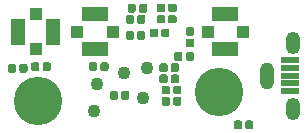
<source format=gbr>
G04 #@! TF.GenerationSoftware,KiCad,Pcbnew,(5.1.5-0-10_14)*
G04 #@! TF.CreationDate,2020-10-31T20:23:47-07:00*
G04 #@! TF.ProjectId,EOGlass2p1,454f476c-6173-4733-9270-312e6b696361,rev?*
G04 #@! TF.SameCoordinates,Original*
G04 #@! TF.FileFunction,Soldermask,Bot*
G04 #@! TF.FilePolarity,Negative*
%FSLAX46Y46*%
G04 Gerber Fmt 4.6, Leading zero omitted, Abs format (unit mm)*
G04 Created by KiCad (PCBNEW (5.1.5-0-10_14)) date 2020-10-31 20:23:47*
%MOMM*%
%LPD*%
G04 APERTURE LIST*
%ADD10C,1.100000*%
%ADD11R,1.600000X0.550000*%
%ADD12O,1.200000X1.900000*%
%ADD13O,1.200000X2.300000*%
%ADD14C,0.100000*%
%ADD15R,1.100000X1.100000*%
%ADD16R,2.300000X1.150000*%
%ADD17R,1.150000X2.300000*%
%ADD18C,4.100000*%
G04 APERTURE END LIST*
D10*
X119400000Y-76200000D03*
D11*
X135995000Y-73230000D03*
X135995000Y-72580000D03*
X135995000Y-73880000D03*
X135995000Y-71930000D03*
X135995000Y-74530000D03*
D12*
X136245000Y-76030000D03*
X136245000Y-70430000D03*
D13*
X134095000Y-73230000D03*
D14*
G36*
X127774408Y-69150831D02*
G01*
X127791153Y-69153315D01*
X127807574Y-69157428D01*
X127823513Y-69163131D01*
X127838816Y-69170369D01*
X127853336Y-69179071D01*
X127866933Y-69189156D01*
X127879476Y-69200524D01*
X127890844Y-69213067D01*
X127900929Y-69226664D01*
X127909631Y-69241184D01*
X127916869Y-69256487D01*
X127922572Y-69272426D01*
X127926685Y-69288847D01*
X127929169Y-69305592D01*
X127930000Y-69322500D01*
X127930000Y-69667500D01*
X127929169Y-69684408D01*
X127926685Y-69701153D01*
X127922572Y-69717574D01*
X127916869Y-69733513D01*
X127909631Y-69748816D01*
X127900929Y-69763336D01*
X127890844Y-69776933D01*
X127879476Y-69789476D01*
X127866933Y-69800844D01*
X127853336Y-69810929D01*
X127838816Y-69819631D01*
X127823513Y-69826869D01*
X127807574Y-69832572D01*
X127791153Y-69836685D01*
X127774408Y-69839169D01*
X127757500Y-69840000D01*
X127362500Y-69840000D01*
X127345592Y-69839169D01*
X127328847Y-69836685D01*
X127312426Y-69832572D01*
X127296487Y-69826869D01*
X127281184Y-69819631D01*
X127266664Y-69810929D01*
X127253067Y-69800844D01*
X127240524Y-69789476D01*
X127229156Y-69776933D01*
X127219071Y-69763336D01*
X127210369Y-69748816D01*
X127203131Y-69733513D01*
X127197428Y-69717574D01*
X127193315Y-69701153D01*
X127190831Y-69684408D01*
X127190000Y-69667500D01*
X127190000Y-69322500D01*
X127190831Y-69305592D01*
X127193315Y-69288847D01*
X127197428Y-69272426D01*
X127203131Y-69256487D01*
X127210369Y-69241184D01*
X127219071Y-69226664D01*
X127229156Y-69213067D01*
X127240524Y-69200524D01*
X127253067Y-69189156D01*
X127266664Y-69179071D01*
X127281184Y-69170369D01*
X127296487Y-69163131D01*
X127312426Y-69157428D01*
X127328847Y-69153315D01*
X127345592Y-69150831D01*
X127362500Y-69150000D01*
X127757500Y-69150000D01*
X127774408Y-69150831D01*
G37*
G36*
X127774408Y-70120831D02*
G01*
X127791153Y-70123315D01*
X127807574Y-70127428D01*
X127823513Y-70133131D01*
X127838816Y-70140369D01*
X127853336Y-70149071D01*
X127866933Y-70159156D01*
X127879476Y-70170524D01*
X127890844Y-70183067D01*
X127900929Y-70196664D01*
X127909631Y-70211184D01*
X127916869Y-70226487D01*
X127922572Y-70242426D01*
X127926685Y-70258847D01*
X127929169Y-70275592D01*
X127930000Y-70292500D01*
X127930000Y-70637500D01*
X127929169Y-70654408D01*
X127926685Y-70671153D01*
X127922572Y-70687574D01*
X127916869Y-70703513D01*
X127909631Y-70718816D01*
X127900929Y-70733336D01*
X127890844Y-70746933D01*
X127879476Y-70759476D01*
X127866933Y-70770844D01*
X127853336Y-70780929D01*
X127838816Y-70789631D01*
X127823513Y-70796869D01*
X127807574Y-70802572D01*
X127791153Y-70806685D01*
X127774408Y-70809169D01*
X127757500Y-70810000D01*
X127362500Y-70810000D01*
X127345592Y-70809169D01*
X127328847Y-70806685D01*
X127312426Y-70802572D01*
X127296487Y-70796869D01*
X127281184Y-70789631D01*
X127266664Y-70780929D01*
X127253067Y-70770844D01*
X127240524Y-70759476D01*
X127229156Y-70746933D01*
X127219071Y-70733336D01*
X127210369Y-70718816D01*
X127203131Y-70703513D01*
X127197428Y-70687574D01*
X127193315Y-70671153D01*
X127190831Y-70654408D01*
X127190000Y-70637500D01*
X127190000Y-70292500D01*
X127190831Y-70275592D01*
X127193315Y-70258847D01*
X127197428Y-70242426D01*
X127203131Y-70226487D01*
X127210369Y-70211184D01*
X127219071Y-70196664D01*
X127229156Y-70183067D01*
X127240524Y-70170524D01*
X127253067Y-70159156D01*
X127266664Y-70149071D01*
X127281184Y-70140369D01*
X127296487Y-70133131D01*
X127312426Y-70127428D01*
X127328847Y-70123315D01*
X127345592Y-70120831D01*
X127362500Y-70120000D01*
X127757500Y-70120000D01*
X127774408Y-70120831D01*
G37*
G36*
X131804408Y-77030831D02*
G01*
X131821153Y-77033315D01*
X131837574Y-77037428D01*
X131853513Y-77043131D01*
X131868816Y-77050369D01*
X131883336Y-77059071D01*
X131896933Y-77069156D01*
X131909476Y-77080524D01*
X131920844Y-77093067D01*
X131930929Y-77106664D01*
X131939631Y-77121184D01*
X131946869Y-77136487D01*
X131952572Y-77152426D01*
X131956685Y-77168847D01*
X131959169Y-77185592D01*
X131960000Y-77202500D01*
X131960000Y-77597500D01*
X131959169Y-77614408D01*
X131956685Y-77631153D01*
X131952572Y-77647574D01*
X131946869Y-77663513D01*
X131939631Y-77678816D01*
X131930929Y-77693336D01*
X131920844Y-77706933D01*
X131909476Y-77719476D01*
X131896933Y-77730844D01*
X131883336Y-77740929D01*
X131868816Y-77749631D01*
X131853513Y-77756869D01*
X131837574Y-77762572D01*
X131821153Y-77766685D01*
X131804408Y-77769169D01*
X131787500Y-77770000D01*
X131442500Y-77770000D01*
X131425592Y-77769169D01*
X131408847Y-77766685D01*
X131392426Y-77762572D01*
X131376487Y-77756869D01*
X131361184Y-77749631D01*
X131346664Y-77740929D01*
X131333067Y-77730844D01*
X131320524Y-77719476D01*
X131309156Y-77706933D01*
X131299071Y-77693336D01*
X131290369Y-77678816D01*
X131283131Y-77663513D01*
X131277428Y-77647574D01*
X131273315Y-77631153D01*
X131270831Y-77614408D01*
X131270000Y-77597500D01*
X131270000Y-77202500D01*
X131270831Y-77185592D01*
X131273315Y-77168847D01*
X131277428Y-77152426D01*
X131283131Y-77136487D01*
X131290369Y-77121184D01*
X131299071Y-77106664D01*
X131309156Y-77093067D01*
X131320524Y-77080524D01*
X131333067Y-77069156D01*
X131346664Y-77059071D01*
X131361184Y-77050369D01*
X131376487Y-77043131D01*
X131392426Y-77037428D01*
X131408847Y-77033315D01*
X131425592Y-77030831D01*
X131442500Y-77030000D01*
X131787500Y-77030000D01*
X131804408Y-77030831D01*
G37*
G36*
X132774408Y-77030831D02*
G01*
X132791153Y-77033315D01*
X132807574Y-77037428D01*
X132823513Y-77043131D01*
X132838816Y-77050369D01*
X132853336Y-77059071D01*
X132866933Y-77069156D01*
X132879476Y-77080524D01*
X132890844Y-77093067D01*
X132900929Y-77106664D01*
X132909631Y-77121184D01*
X132916869Y-77136487D01*
X132922572Y-77152426D01*
X132926685Y-77168847D01*
X132929169Y-77185592D01*
X132930000Y-77202500D01*
X132930000Y-77597500D01*
X132929169Y-77614408D01*
X132926685Y-77631153D01*
X132922572Y-77647574D01*
X132916869Y-77663513D01*
X132909631Y-77678816D01*
X132900929Y-77693336D01*
X132890844Y-77706933D01*
X132879476Y-77719476D01*
X132866933Y-77730844D01*
X132853336Y-77740929D01*
X132838816Y-77749631D01*
X132823513Y-77756869D01*
X132807574Y-77762572D01*
X132791153Y-77766685D01*
X132774408Y-77769169D01*
X132757500Y-77770000D01*
X132412500Y-77770000D01*
X132395592Y-77769169D01*
X132378847Y-77766685D01*
X132362426Y-77762572D01*
X132346487Y-77756869D01*
X132331184Y-77749631D01*
X132316664Y-77740929D01*
X132303067Y-77730844D01*
X132290524Y-77719476D01*
X132279156Y-77706933D01*
X132269071Y-77693336D01*
X132260369Y-77678816D01*
X132253131Y-77663513D01*
X132247428Y-77647574D01*
X132243315Y-77631153D01*
X132240831Y-77614408D01*
X132240000Y-77597500D01*
X132240000Y-77202500D01*
X132240831Y-77185592D01*
X132243315Y-77168847D01*
X132247428Y-77152426D01*
X132253131Y-77136487D01*
X132260369Y-77121184D01*
X132269071Y-77106664D01*
X132279156Y-77093067D01*
X132290524Y-77080524D01*
X132303067Y-77069156D01*
X132316664Y-77059071D01*
X132331184Y-77050369D01*
X132346487Y-77043131D01*
X132362426Y-77037428D01*
X132378847Y-77033315D01*
X132395592Y-77030831D01*
X132412500Y-77030000D01*
X132757500Y-77030000D01*
X132774408Y-77030831D01*
G37*
G36*
X126674408Y-75030831D02*
G01*
X126691153Y-75033315D01*
X126707574Y-75037428D01*
X126723513Y-75043131D01*
X126738816Y-75050369D01*
X126753336Y-75059071D01*
X126766933Y-75069156D01*
X126779476Y-75080524D01*
X126790844Y-75093067D01*
X126800929Y-75106664D01*
X126809631Y-75121184D01*
X126816869Y-75136487D01*
X126822572Y-75152426D01*
X126826685Y-75168847D01*
X126829169Y-75185592D01*
X126830000Y-75202500D01*
X126830000Y-75597500D01*
X126829169Y-75614408D01*
X126826685Y-75631153D01*
X126822572Y-75647574D01*
X126816869Y-75663513D01*
X126809631Y-75678816D01*
X126800929Y-75693336D01*
X126790844Y-75706933D01*
X126779476Y-75719476D01*
X126766933Y-75730844D01*
X126753336Y-75740929D01*
X126738816Y-75749631D01*
X126723513Y-75756869D01*
X126707574Y-75762572D01*
X126691153Y-75766685D01*
X126674408Y-75769169D01*
X126657500Y-75770000D01*
X126312500Y-75770000D01*
X126295592Y-75769169D01*
X126278847Y-75766685D01*
X126262426Y-75762572D01*
X126246487Y-75756869D01*
X126231184Y-75749631D01*
X126216664Y-75740929D01*
X126203067Y-75730844D01*
X126190524Y-75719476D01*
X126179156Y-75706933D01*
X126169071Y-75693336D01*
X126160369Y-75678816D01*
X126153131Y-75663513D01*
X126147428Y-75647574D01*
X126143315Y-75631153D01*
X126140831Y-75614408D01*
X126140000Y-75597500D01*
X126140000Y-75202500D01*
X126140831Y-75185592D01*
X126143315Y-75168847D01*
X126147428Y-75152426D01*
X126153131Y-75136487D01*
X126160369Y-75121184D01*
X126169071Y-75106664D01*
X126179156Y-75093067D01*
X126190524Y-75080524D01*
X126203067Y-75069156D01*
X126216664Y-75059071D01*
X126231184Y-75050369D01*
X126246487Y-75043131D01*
X126262426Y-75037428D01*
X126278847Y-75033315D01*
X126295592Y-75030831D01*
X126312500Y-75030000D01*
X126657500Y-75030000D01*
X126674408Y-75030831D01*
G37*
G36*
X125704408Y-75030831D02*
G01*
X125721153Y-75033315D01*
X125737574Y-75037428D01*
X125753513Y-75043131D01*
X125768816Y-75050369D01*
X125783336Y-75059071D01*
X125796933Y-75069156D01*
X125809476Y-75080524D01*
X125820844Y-75093067D01*
X125830929Y-75106664D01*
X125839631Y-75121184D01*
X125846869Y-75136487D01*
X125852572Y-75152426D01*
X125856685Y-75168847D01*
X125859169Y-75185592D01*
X125860000Y-75202500D01*
X125860000Y-75597500D01*
X125859169Y-75614408D01*
X125856685Y-75631153D01*
X125852572Y-75647574D01*
X125846869Y-75663513D01*
X125839631Y-75678816D01*
X125830929Y-75693336D01*
X125820844Y-75706933D01*
X125809476Y-75719476D01*
X125796933Y-75730844D01*
X125783336Y-75740929D01*
X125768816Y-75749631D01*
X125753513Y-75756869D01*
X125737574Y-75762572D01*
X125721153Y-75766685D01*
X125704408Y-75769169D01*
X125687500Y-75770000D01*
X125342500Y-75770000D01*
X125325592Y-75769169D01*
X125308847Y-75766685D01*
X125292426Y-75762572D01*
X125276487Y-75756869D01*
X125261184Y-75749631D01*
X125246664Y-75740929D01*
X125233067Y-75730844D01*
X125220524Y-75719476D01*
X125209156Y-75706933D01*
X125199071Y-75693336D01*
X125190369Y-75678816D01*
X125183131Y-75663513D01*
X125177428Y-75647574D01*
X125173315Y-75631153D01*
X125170831Y-75614408D01*
X125170000Y-75597500D01*
X125170000Y-75202500D01*
X125170831Y-75185592D01*
X125173315Y-75168847D01*
X125177428Y-75152426D01*
X125183131Y-75136487D01*
X125190369Y-75121184D01*
X125199071Y-75106664D01*
X125209156Y-75093067D01*
X125220524Y-75080524D01*
X125233067Y-75069156D01*
X125246664Y-75059071D01*
X125261184Y-75050369D01*
X125276487Y-75043131D01*
X125292426Y-75037428D01*
X125308847Y-75033315D01*
X125325592Y-75030831D01*
X125342500Y-75030000D01*
X125687500Y-75030000D01*
X125704408Y-75030831D01*
G37*
G36*
X125704408Y-74080831D02*
G01*
X125721153Y-74083315D01*
X125737574Y-74087428D01*
X125753513Y-74093131D01*
X125768816Y-74100369D01*
X125783336Y-74109071D01*
X125796933Y-74119156D01*
X125809476Y-74130524D01*
X125820844Y-74143067D01*
X125830929Y-74156664D01*
X125839631Y-74171184D01*
X125846869Y-74186487D01*
X125852572Y-74202426D01*
X125856685Y-74218847D01*
X125859169Y-74235592D01*
X125860000Y-74252500D01*
X125860000Y-74647500D01*
X125859169Y-74664408D01*
X125856685Y-74681153D01*
X125852572Y-74697574D01*
X125846869Y-74713513D01*
X125839631Y-74728816D01*
X125830929Y-74743336D01*
X125820844Y-74756933D01*
X125809476Y-74769476D01*
X125796933Y-74780844D01*
X125783336Y-74790929D01*
X125768816Y-74799631D01*
X125753513Y-74806869D01*
X125737574Y-74812572D01*
X125721153Y-74816685D01*
X125704408Y-74819169D01*
X125687500Y-74820000D01*
X125342500Y-74820000D01*
X125325592Y-74819169D01*
X125308847Y-74816685D01*
X125292426Y-74812572D01*
X125276487Y-74806869D01*
X125261184Y-74799631D01*
X125246664Y-74790929D01*
X125233067Y-74780844D01*
X125220524Y-74769476D01*
X125209156Y-74756933D01*
X125199071Y-74743336D01*
X125190369Y-74728816D01*
X125183131Y-74713513D01*
X125177428Y-74697574D01*
X125173315Y-74681153D01*
X125170831Y-74664408D01*
X125170000Y-74647500D01*
X125170000Y-74252500D01*
X125170831Y-74235592D01*
X125173315Y-74218847D01*
X125177428Y-74202426D01*
X125183131Y-74186487D01*
X125190369Y-74171184D01*
X125199071Y-74156664D01*
X125209156Y-74143067D01*
X125220524Y-74130524D01*
X125233067Y-74119156D01*
X125246664Y-74109071D01*
X125261184Y-74100369D01*
X125276487Y-74093131D01*
X125292426Y-74087428D01*
X125308847Y-74083315D01*
X125325592Y-74080831D01*
X125342500Y-74080000D01*
X125687500Y-74080000D01*
X125704408Y-74080831D01*
G37*
G36*
X126674408Y-74080831D02*
G01*
X126691153Y-74083315D01*
X126707574Y-74087428D01*
X126723513Y-74093131D01*
X126738816Y-74100369D01*
X126753336Y-74109071D01*
X126766933Y-74119156D01*
X126779476Y-74130524D01*
X126790844Y-74143067D01*
X126800929Y-74156664D01*
X126809631Y-74171184D01*
X126816869Y-74186487D01*
X126822572Y-74202426D01*
X126826685Y-74218847D01*
X126829169Y-74235592D01*
X126830000Y-74252500D01*
X126830000Y-74647500D01*
X126829169Y-74664408D01*
X126826685Y-74681153D01*
X126822572Y-74697574D01*
X126816869Y-74713513D01*
X126809631Y-74728816D01*
X126800929Y-74743336D01*
X126790844Y-74756933D01*
X126779476Y-74769476D01*
X126766933Y-74780844D01*
X126753336Y-74790929D01*
X126738816Y-74799631D01*
X126723513Y-74806869D01*
X126707574Y-74812572D01*
X126691153Y-74816685D01*
X126674408Y-74819169D01*
X126657500Y-74820000D01*
X126312500Y-74820000D01*
X126295592Y-74819169D01*
X126278847Y-74816685D01*
X126262426Y-74812572D01*
X126246487Y-74806869D01*
X126231184Y-74799631D01*
X126216664Y-74790929D01*
X126203067Y-74780844D01*
X126190524Y-74769476D01*
X126179156Y-74756933D01*
X126169071Y-74743336D01*
X126160369Y-74728816D01*
X126153131Y-74713513D01*
X126147428Y-74697574D01*
X126143315Y-74681153D01*
X126140831Y-74664408D01*
X126140000Y-74647500D01*
X126140000Y-74252500D01*
X126140831Y-74235592D01*
X126143315Y-74218847D01*
X126147428Y-74202426D01*
X126153131Y-74186487D01*
X126160369Y-74171184D01*
X126169071Y-74156664D01*
X126179156Y-74143067D01*
X126190524Y-74130524D01*
X126203067Y-74119156D01*
X126216664Y-74109071D01*
X126231184Y-74100369D01*
X126246487Y-74093131D01*
X126262426Y-74087428D01*
X126278847Y-74083315D01*
X126295592Y-74080831D01*
X126312500Y-74080000D01*
X126657500Y-74080000D01*
X126674408Y-74080831D01*
G37*
G36*
X122654408Y-68090831D02*
G01*
X122671153Y-68093315D01*
X122687574Y-68097428D01*
X122703513Y-68103131D01*
X122718816Y-68110369D01*
X122733336Y-68119071D01*
X122746933Y-68129156D01*
X122759476Y-68140524D01*
X122770844Y-68153067D01*
X122780929Y-68166664D01*
X122789631Y-68181184D01*
X122796869Y-68196487D01*
X122802572Y-68212426D01*
X122806685Y-68228847D01*
X122809169Y-68245592D01*
X122810000Y-68262500D01*
X122810000Y-68657500D01*
X122809169Y-68674408D01*
X122806685Y-68691153D01*
X122802572Y-68707574D01*
X122796869Y-68723513D01*
X122789631Y-68738816D01*
X122780929Y-68753336D01*
X122770844Y-68766933D01*
X122759476Y-68779476D01*
X122746933Y-68790844D01*
X122733336Y-68800929D01*
X122718816Y-68809631D01*
X122703513Y-68816869D01*
X122687574Y-68822572D01*
X122671153Y-68826685D01*
X122654408Y-68829169D01*
X122637500Y-68830000D01*
X122292500Y-68830000D01*
X122275592Y-68829169D01*
X122258847Y-68826685D01*
X122242426Y-68822572D01*
X122226487Y-68816869D01*
X122211184Y-68809631D01*
X122196664Y-68800929D01*
X122183067Y-68790844D01*
X122170524Y-68779476D01*
X122159156Y-68766933D01*
X122149071Y-68753336D01*
X122140369Y-68738816D01*
X122133131Y-68723513D01*
X122127428Y-68707574D01*
X122123315Y-68691153D01*
X122120831Y-68674408D01*
X122120000Y-68657500D01*
X122120000Y-68262500D01*
X122120831Y-68245592D01*
X122123315Y-68228847D01*
X122127428Y-68212426D01*
X122133131Y-68196487D01*
X122140369Y-68181184D01*
X122149071Y-68166664D01*
X122159156Y-68153067D01*
X122170524Y-68140524D01*
X122183067Y-68129156D01*
X122196664Y-68119071D01*
X122211184Y-68110369D01*
X122226487Y-68103131D01*
X122242426Y-68097428D01*
X122258847Y-68093315D01*
X122275592Y-68090831D01*
X122292500Y-68090000D01*
X122637500Y-68090000D01*
X122654408Y-68090831D01*
G37*
G36*
X123624408Y-68090831D02*
G01*
X123641153Y-68093315D01*
X123657574Y-68097428D01*
X123673513Y-68103131D01*
X123688816Y-68110369D01*
X123703336Y-68119071D01*
X123716933Y-68129156D01*
X123729476Y-68140524D01*
X123740844Y-68153067D01*
X123750929Y-68166664D01*
X123759631Y-68181184D01*
X123766869Y-68196487D01*
X123772572Y-68212426D01*
X123776685Y-68228847D01*
X123779169Y-68245592D01*
X123780000Y-68262500D01*
X123780000Y-68657500D01*
X123779169Y-68674408D01*
X123776685Y-68691153D01*
X123772572Y-68707574D01*
X123766869Y-68723513D01*
X123759631Y-68738816D01*
X123750929Y-68753336D01*
X123740844Y-68766933D01*
X123729476Y-68779476D01*
X123716933Y-68790844D01*
X123703336Y-68800929D01*
X123688816Y-68809631D01*
X123673513Y-68816869D01*
X123657574Y-68822572D01*
X123641153Y-68826685D01*
X123624408Y-68829169D01*
X123607500Y-68830000D01*
X123262500Y-68830000D01*
X123245592Y-68829169D01*
X123228847Y-68826685D01*
X123212426Y-68822572D01*
X123196487Y-68816869D01*
X123181184Y-68809631D01*
X123166664Y-68800929D01*
X123153067Y-68790844D01*
X123140524Y-68779476D01*
X123129156Y-68766933D01*
X123119071Y-68753336D01*
X123110369Y-68738816D01*
X123103131Y-68723513D01*
X123097428Y-68707574D01*
X123093315Y-68691153D01*
X123090831Y-68674408D01*
X123090000Y-68657500D01*
X123090000Y-68262500D01*
X123090831Y-68245592D01*
X123093315Y-68228847D01*
X123097428Y-68212426D01*
X123103131Y-68196487D01*
X123110369Y-68181184D01*
X123119071Y-68166664D01*
X123129156Y-68153067D01*
X123140524Y-68140524D01*
X123153067Y-68129156D01*
X123166664Y-68119071D01*
X123181184Y-68110369D01*
X123196487Y-68103131D01*
X123212426Y-68097428D01*
X123228847Y-68093315D01*
X123245592Y-68090831D01*
X123262500Y-68090000D01*
X123607500Y-68090000D01*
X123624408Y-68090831D01*
G37*
G36*
X126264408Y-68120831D02*
G01*
X126281153Y-68123315D01*
X126297574Y-68127428D01*
X126313513Y-68133131D01*
X126328816Y-68140369D01*
X126343336Y-68149071D01*
X126356933Y-68159156D01*
X126369476Y-68170524D01*
X126380844Y-68183067D01*
X126390929Y-68196664D01*
X126399631Y-68211184D01*
X126406869Y-68226487D01*
X126412572Y-68242426D01*
X126416685Y-68258847D01*
X126419169Y-68275592D01*
X126420000Y-68292500D01*
X126420000Y-68637500D01*
X126419169Y-68654408D01*
X126416685Y-68671153D01*
X126412572Y-68687574D01*
X126406869Y-68703513D01*
X126399631Y-68718816D01*
X126390929Y-68733336D01*
X126380844Y-68746933D01*
X126369476Y-68759476D01*
X126356933Y-68770844D01*
X126343336Y-68780929D01*
X126328816Y-68789631D01*
X126313513Y-68796869D01*
X126297574Y-68802572D01*
X126281153Y-68806685D01*
X126264408Y-68809169D01*
X126247500Y-68810000D01*
X125852500Y-68810000D01*
X125835592Y-68809169D01*
X125818847Y-68806685D01*
X125802426Y-68802572D01*
X125786487Y-68796869D01*
X125771184Y-68789631D01*
X125756664Y-68780929D01*
X125743067Y-68770844D01*
X125730524Y-68759476D01*
X125719156Y-68746933D01*
X125709071Y-68733336D01*
X125700369Y-68718816D01*
X125693131Y-68703513D01*
X125687428Y-68687574D01*
X125683315Y-68671153D01*
X125680831Y-68654408D01*
X125680000Y-68637500D01*
X125680000Y-68292500D01*
X125680831Y-68275592D01*
X125683315Y-68258847D01*
X125687428Y-68242426D01*
X125693131Y-68226487D01*
X125700369Y-68211184D01*
X125709071Y-68196664D01*
X125719156Y-68183067D01*
X125730524Y-68170524D01*
X125743067Y-68159156D01*
X125756664Y-68149071D01*
X125771184Y-68140369D01*
X125786487Y-68133131D01*
X125802426Y-68127428D01*
X125818847Y-68123315D01*
X125835592Y-68120831D01*
X125852500Y-68120000D01*
X126247500Y-68120000D01*
X126264408Y-68120831D01*
G37*
G36*
X126264408Y-67150831D02*
G01*
X126281153Y-67153315D01*
X126297574Y-67157428D01*
X126313513Y-67163131D01*
X126328816Y-67170369D01*
X126343336Y-67179071D01*
X126356933Y-67189156D01*
X126369476Y-67200524D01*
X126380844Y-67213067D01*
X126390929Y-67226664D01*
X126399631Y-67241184D01*
X126406869Y-67256487D01*
X126412572Y-67272426D01*
X126416685Y-67288847D01*
X126419169Y-67305592D01*
X126420000Y-67322500D01*
X126420000Y-67667500D01*
X126419169Y-67684408D01*
X126416685Y-67701153D01*
X126412572Y-67717574D01*
X126406869Y-67733513D01*
X126399631Y-67748816D01*
X126390929Y-67763336D01*
X126380844Y-67776933D01*
X126369476Y-67789476D01*
X126356933Y-67800844D01*
X126343336Y-67810929D01*
X126328816Y-67819631D01*
X126313513Y-67826869D01*
X126297574Y-67832572D01*
X126281153Y-67836685D01*
X126264408Y-67839169D01*
X126247500Y-67840000D01*
X125852500Y-67840000D01*
X125835592Y-67839169D01*
X125818847Y-67836685D01*
X125802426Y-67832572D01*
X125786487Y-67826869D01*
X125771184Y-67819631D01*
X125756664Y-67810929D01*
X125743067Y-67800844D01*
X125730524Y-67789476D01*
X125719156Y-67776933D01*
X125709071Y-67763336D01*
X125700369Y-67748816D01*
X125693131Y-67733513D01*
X125687428Y-67717574D01*
X125683315Y-67701153D01*
X125680831Y-67684408D01*
X125680000Y-67667500D01*
X125680000Y-67322500D01*
X125680831Y-67305592D01*
X125683315Y-67288847D01*
X125687428Y-67272426D01*
X125693131Y-67256487D01*
X125700369Y-67241184D01*
X125709071Y-67226664D01*
X125719156Y-67213067D01*
X125730524Y-67200524D01*
X125743067Y-67189156D01*
X125756664Y-67179071D01*
X125771184Y-67170369D01*
X125786487Y-67163131D01*
X125802426Y-67157428D01*
X125818847Y-67153315D01*
X125835592Y-67150831D01*
X125852500Y-67150000D01*
X126247500Y-67150000D01*
X126264408Y-67150831D01*
G37*
G36*
X123774408Y-67150831D02*
G01*
X123791153Y-67153315D01*
X123807574Y-67157428D01*
X123823513Y-67163131D01*
X123838816Y-67170369D01*
X123853336Y-67179071D01*
X123866933Y-67189156D01*
X123879476Y-67200524D01*
X123890844Y-67213067D01*
X123900929Y-67226664D01*
X123909631Y-67241184D01*
X123916869Y-67256487D01*
X123922572Y-67272426D01*
X123926685Y-67288847D01*
X123929169Y-67305592D01*
X123930000Y-67322500D01*
X123930000Y-67717500D01*
X123929169Y-67734408D01*
X123926685Y-67751153D01*
X123922572Y-67767574D01*
X123916869Y-67783513D01*
X123909631Y-67798816D01*
X123900929Y-67813336D01*
X123890844Y-67826933D01*
X123879476Y-67839476D01*
X123866933Y-67850844D01*
X123853336Y-67860929D01*
X123838816Y-67869631D01*
X123823513Y-67876869D01*
X123807574Y-67882572D01*
X123791153Y-67886685D01*
X123774408Y-67889169D01*
X123757500Y-67890000D01*
X123412500Y-67890000D01*
X123395592Y-67889169D01*
X123378847Y-67886685D01*
X123362426Y-67882572D01*
X123346487Y-67876869D01*
X123331184Y-67869631D01*
X123316664Y-67860929D01*
X123303067Y-67850844D01*
X123290524Y-67839476D01*
X123279156Y-67826933D01*
X123269071Y-67813336D01*
X123260369Y-67798816D01*
X123253131Y-67783513D01*
X123247428Y-67767574D01*
X123243315Y-67751153D01*
X123240831Y-67734408D01*
X123240000Y-67717500D01*
X123240000Y-67322500D01*
X123240831Y-67305592D01*
X123243315Y-67288847D01*
X123247428Y-67272426D01*
X123253131Y-67256487D01*
X123260369Y-67241184D01*
X123269071Y-67226664D01*
X123279156Y-67213067D01*
X123290524Y-67200524D01*
X123303067Y-67189156D01*
X123316664Y-67179071D01*
X123331184Y-67170369D01*
X123346487Y-67163131D01*
X123362426Y-67157428D01*
X123378847Y-67153315D01*
X123395592Y-67150831D01*
X123412500Y-67150000D01*
X123757500Y-67150000D01*
X123774408Y-67150831D01*
G37*
G36*
X122804408Y-67150831D02*
G01*
X122821153Y-67153315D01*
X122837574Y-67157428D01*
X122853513Y-67163131D01*
X122868816Y-67170369D01*
X122883336Y-67179071D01*
X122896933Y-67189156D01*
X122909476Y-67200524D01*
X122920844Y-67213067D01*
X122930929Y-67226664D01*
X122939631Y-67241184D01*
X122946869Y-67256487D01*
X122952572Y-67272426D01*
X122956685Y-67288847D01*
X122959169Y-67305592D01*
X122960000Y-67322500D01*
X122960000Y-67717500D01*
X122959169Y-67734408D01*
X122956685Y-67751153D01*
X122952572Y-67767574D01*
X122946869Y-67783513D01*
X122939631Y-67798816D01*
X122930929Y-67813336D01*
X122920844Y-67826933D01*
X122909476Y-67839476D01*
X122896933Y-67850844D01*
X122883336Y-67860929D01*
X122868816Y-67869631D01*
X122853513Y-67876869D01*
X122837574Y-67882572D01*
X122821153Y-67886685D01*
X122804408Y-67889169D01*
X122787500Y-67890000D01*
X122442500Y-67890000D01*
X122425592Y-67889169D01*
X122408847Y-67886685D01*
X122392426Y-67882572D01*
X122376487Y-67876869D01*
X122361184Y-67869631D01*
X122346664Y-67860929D01*
X122333067Y-67850844D01*
X122320524Y-67839476D01*
X122309156Y-67826933D01*
X122299071Y-67813336D01*
X122290369Y-67798816D01*
X122283131Y-67783513D01*
X122277428Y-67767574D01*
X122273315Y-67751153D01*
X122270831Y-67734408D01*
X122270000Y-67717500D01*
X122270000Y-67322500D01*
X122270831Y-67305592D01*
X122273315Y-67288847D01*
X122277428Y-67272426D01*
X122283131Y-67256487D01*
X122290369Y-67241184D01*
X122299071Y-67226664D01*
X122309156Y-67213067D01*
X122320524Y-67200524D01*
X122333067Y-67189156D01*
X122346664Y-67179071D01*
X122361184Y-67170369D01*
X122376487Y-67163131D01*
X122392426Y-67157428D01*
X122408847Y-67153315D01*
X122425592Y-67150831D01*
X122442500Y-67150000D01*
X122787500Y-67150000D01*
X122804408Y-67150831D01*
G37*
G36*
X113644408Y-72240831D02*
G01*
X113661153Y-72243315D01*
X113677574Y-72247428D01*
X113693513Y-72253131D01*
X113708816Y-72260369D01*
X113723336Y-72269071D01*
X113736933Y-72279156D01*
X113749476Y-72290524D01*
X113760844Y-72303067D01*
X113770929Y-72316664D01*
X113779631Y-72331184D01*
X113786869Y-72346487D01*
X113792572Y-72362426D01*
X113796685Y-72378847D01*
X113799169Y-72395592D01*
X113800000Y-72412500D01*
X113800000Y-72807500D01*
X113799169Y-72824408D01*
X113796685Y-72841153D01*
X113792572Y-72857574D01*
X113786869Y-72873513D01*
X113779631Y-72888816D01*
X113770929Y-72903336D01*
X113760844Y-72916933D01*
X113749476Y-72929476D01*
X113736933Y-72940844D01*
X113723336Y-72950929D01*
X113708816Y-72959631D01*
X113693513Y-72966869D01*
X113677574Y-72972572D01*
X113661153Y-72976685D01*
X113644408Y-72979169D01*
X113627500Y-72980000D01*
X113282500Y-72980000D01*
X113265592Y-72979169D01*
X113248847Y-72976685D01*
X113232426Y-72972572D01*
X113216487Y-72966869D01*
X113201184Y-72959631D01*
X113186664Y-72950929D01*
X113173067Y-72940844D01*
X113160524Y-72929476D01*
X113149156Y-72916933D01*
X113139071Y-72903336D01*
X113130369Y-72888816D01*
X113123131Y-72873513D01*
X113117428Y-72857574D01*
X113113315Y-72841153D01*
X113110831Y-72824408D01*
X113110000Y-72807500D01*
X113110000Y-72412500D01*
X113110831Y-72395592D01*
X113113315Y-72378847D01*
X113117428Y-72362426D01*
X113123131Y-72346487D01*
X113130369Y-72331184D01*
X113139071Y-72316664D01*
X113149156Y-72303067D01*
X113160524Y-72290524D01*
X113173067Y-72279156D01*
X113186664Y-72269071D01*
X113201184Y-72260369D01*
X113216487Y-72253131D01*
X113232426Y-72247428D01*
X113248847Y-72243315D01*
X113265592Y-72240831D01*
X113282500Y-72240000D01*
X113627500Y-72240000D01*
X113644408Y-72240831D01*
G37*
G36*
X112674408Y-72240831D02*
G01*
X112691153Y-72243315D01*
X112707574Y-72247428D01*
X112723513Y-72253131D01*
X112738816Y-72260369D01*
X112753336Y-72269071D01*
X112766933Y-72279156D01*
X112779476Y-72290524D01*
X112790844Y-72303067D01*
X112800929Y-72316664D01*
X112809631Y-72331184D01*
X112816869Y-72346487D01*
X112822572Y-72362426D01*
X112826685Y-72378847D01*
X112829169Y-72395592D01*
X112830000Y-72412500D01*
X112830000Y-72807500D01*
X112829169Y-72824408D01*
X112826685Y-72841153D01*
X112822572Y-72857574D01*
X112816869Y-72873513D01*
X112809631Y-72888816D01*
X112800929Y-72903336D01*
X112790844Y-72916933D01*
X112779476Y-72929476D01*
X112766933Y-72940844D01*
X112753336Y-72950929D01*
X112738816Y-72959631D01*
X112723513Y-72966869D01*
X112707574Y-72972572D01*
X112691153Y-72976685D01*
X112674408Y-72979169D01*
X112657500Y-72980000D01*
X112312500Y-72980000D01*
X112295592Y-72979169D01*
X112278847Y-72976685D01*
X112262426Y-72972572D01*
X112246487Y-72966869D01*
X112231184Y-72959631D01*
X112216664Y-72950929D01*
X112203067Y-72940844D01*
X112190524Y-72929476D01*
X112179156Y-72916933D01*
X112169071Y-72903336D01*
X112160369Y-72888816D01*
X112153131Y-72873513D01*
X112147428Y-72857574D01*
X112143315Y-72841153D01*
X112140831Y-72824408D01*
X112140000Y-72807500D01*
X112140000Y-72412500D01*
X112140831Y-72395592D01*
X112143315Y-72378847D01*
X112147428Y-72362426D01*
X112153131Y-72346487D01*
X112160369Y-72331184D01*
X112169071Y-72316664D01*
X112179156Y-72303067D01*
X112190524Y-72290524D01*
X112203067Y-72279156D01*
X112216664Y-72269071D01*
X112231184Y-72260369D01*
X112246487Y-72253131D01*
X112262426Y-72247428D01*
X112278847Y-72243315D01*
X112295592Y-72240831D01*
X112312500Y-72240000D01*
X112657500Y-72240000D01*
X112674408Y-72240831D01*
G37*
D15*
X129040000Y-69500000D03*
X132040000Y-69500000D03*
D16*
X130540000Y-68025000D03*
X130540000Y-70975000D03*
X119520000Y-68025000D03*
X119520000Y-70975000D03*
D15*
X118020000Y-69500000D03*
X121020000Y-69500000D03*
D17*
X115975000Y-69500000D03*
X113025000Y-69500000D03*
D15*
X114500000Y-68000000D03*
X114500000Y-71000000D03*
D14*
G36*
X115614408Y-72110831D02*
G01*
X115631153Y-72113315D01*
X115647574Y-72117428D01*
X115663513Y-72123131D01*
X115678816Y-72130369D01*
X115693336Y-72139071D01*
X115706933Y-72149156D01*
X115719476Y-72160524D01*
X115730844Y-72173067D01*
X115740929Y-72186664D01*
X115749631Y-72201184D01*
X115756869Y-72216487D01*
X115762572Y-72232426D01*
X115766685Y-72248847D01*
X115769169Y-72265592D01*
X115770000Y-72282500D01*
X115770000Y-72677500D01*
X115769169Y-72694408D01*
X115766685Y-72711153D01*
X115762572Y-72727574D01*
X115756869Y-72743513D01*
X115749631Y-72758816D01*
X115740929Y-72773336D01*
X115730844Y-72786933D01*
X115719476Y-72799476D01*
X115706933Y-72810844D01*
X115693336Y-72820929D01*
X115678816Y-72829631D01*
X115663513Y-72836869D01*
X115647574Y-72842572D01*
X115631153Y-72846685D01*
X115614408Y-72849169D01*
X115597500Y-72850000D01*
X115252500Y-72850000D01*
X115235592Y-72849169D01*
X115218847Y-72846685D01*
X115202426Y-72842572D01*
X115186487Y-72836869D01*
X115171184Y-72829631D01*
X115156664Y-72820929D01*
X115143067Y-72810844D01*
X115130524Y-72799476D01*
X115119156Y-72786933D01*
X115109071Y-72773336D01*
X115100369Y-72758816D01*
X115093131Y-72743513D01*
X115087428Y-72727574D01*
X115083315Y-72711153D01*
X115080831Y-72694408D01*
X115080000Y-72677500D01*
X115080000Y-72282500D01*
X115080831Y-72265592D01*
X115083315Y-72248847D01*
X115087428Y-72232426D01*
X115093131Y-72216487D01*
X115100369Y-72201184D01*
X115109071Y-72186664D01*
X115119156Y-72173067D01*
X115130524Y-72160524D01*
X115143067Y-72149156D01*
X115156664Y-72139071D01*
X115171184Y-72130369D01*
X115186487Y-72123131D01*
X115202426Y-72117428D01*
X115218847Y-72113315D01*
X115235592Y-72110831D01*
X115252500Y-72110000D01*
X115597500Y-72110000D01*
X115614408Y-72110831D01*
G37*
G36*
X114644408Y-72110831D02*
G01*
X114661153Y-72113315D01*
X114677574Y-72117428D01*
X114693513Y-72123131D01*
X114708816Y-72130369D01*
X114723336Y-72139071D01*
X114736933Y-72149156D01*
X114749476Y-72160524D01*
X114760844Y-72173067D01*
X114770929Y-72186664D01*
X114779631Y-72201184D01*
X114786869Y-72216487D01*
X114792572Y-72232426D01*
X114796685Y-72248847D01*
X114799169Y-72265592D01*
X114800000Y-72282500D01*
X114800000Y-72677500D01*
X114799169Y-72694408D01*
X114796685Y-72711153D01*
X114792572Y-72727574D01*
X114786869Y-72743513D01*
X114779631Y-72758816D01*
X114770929Y-72773336D01*
X114760844Y-72786933D01*
X114749476Y-72799476D01*
X114736933Y-72810844D01*
X114723336Y-72820929D01*
X114708816Y-72829631D01*
X114693513Y-72836869D01*
X114677574Y-72842572D01*
X114661153Y-72846685D01*
X114644408Y-72849169D01*
X114627500Y-72850000D01*
X114282500Y-72850000D01*
X114265592Y-72849169D01*
X114248847Y-72846685D01*
X114232426Y-72842572D01*
X114216487Y-72836869D01*
X114201184Y-72829631D01*
X114186664Y-72820929D01*
X114173067Y-72810844D01*
X114160524Y-72799476D01*
X114149156Y-72786933D01*
X114139071Y-72773336D01*
X114130369Y-72758816D01*
X114123131Y-72743513D01*
X114117428Y-72727574D01*
X114113315Y-72711153D01*
X114110831Y-72694408D01*
X114110000Y-72677500D01*
X114110000Y-72282500D01*
X114110831Y-72265592D01*
X114113315Y-72248847D01*
X114117428Y-72232426D01*
X114123131Y-72216487D01*
X114130369Y-72201184D01*
X114139071Y-72186664D01*
X114149156Y-72173067D01*
X114160524Y-72160524D01*
X114173067Y-72149156D01*
X114186664Y-72139071D01*
X114201184Y-72130369D01*
X114216487Y-72123131D01*
X114232426Y-72117428D01*
X114248847Y-72113315D01*
X114265592Y-72110831D01*
X114282500Y-72110000D01*
X114627500Y-72110000D01*
X114644408Y-72110831D01*
G37*
G36*
X125664408Y-69250831D02*
G01*
X125681153Y-69253315D01*
X125697574Y-69257428D01*
X125713513Y-69263131D01*
X125728816Y-69270369D01*
X125743336Y-69279071D01*
X125756933Y-69289156D01*
X125769476Y-69300524D01*
X125780844Y-69313067D01*
X125790929Y-69326664D01*
X125799631Y-69341184D01*
X125806869Y-69356487D01*
X125812572Y-69372426D01*
X125816685Y-69388847D01*
X125819169Y-69405592D01*
X125820000Y-69422500D01*
X125820000Y-69817500D01*
X125819169Y-69834408D01*
X125816685Y-69851153D01*
X125812572Y-69867574D01*
X125806869Y-69883513D01*
X125799631Y-69898816D01*
X125790929Y-69913336D01*
X125780844Y-69926933D01*
X125769476Y-69939476D01*
X125756933Y-69950844D01*
X125743336Y-69960929D01*
X125728816Y-69969631D01*
X125713513Y-69976869D01*
X125697574Y-69982572D01*
X125681153Y-69986685D01*
X125664408Y-69989169D01*
X125647500Y-69990000D01*
X125302500Y-69990000D01*
X125285592Y-69989169D01*
X125268847Y-69986685D01*
X125252426Y-69982572D01*
X125236487Y-69976869D01*
X125221184Y-69969631D01*
X125206664Y-69960929D01*
X125193067Y-69950844D01*
X125180524Y-69939476D01*
X125169156Y-69926933D01*
X125159071Y-69913336D01*
X125150369Y-69898816D01*
X125143131Y-69883513D01*
X125137428Y-69867574D01*
X125133315Y-69851153D01*
X125130831Y-69834408D01*
X125130000Y-69817500D01*
X125130000Y-69422500D01*
X125130831Y-69405592D01*
X125133315Y-69388847D01*
X125137428Y-69372426D01*
X125143131Y-69356487D01*
X125150369Y-69341184D01*
X125159071Y-69326664D01*
X125169156Y-69313067D01*
X125180524Y-69300524D01*
X125193067Y-69289156D01*
X125206664Y-69279071D01*
X125221184Y-69270369D01*
X125236487Y-69263131D01*
X125252426Y-69257428D01*
X125268847Y-69253315D01*
X125285592Y-69250831D01*
X125302500Y-69250000D01*
X125647500Y-69250000D01*
X125664408Y-69250831D01*
G37*
G36*
X124694408Y-69250831D02*
G01*
X124711153Y-69253315D01*
X124727574Y-69257428D01*
X124743513Y-69263131D01*
X124758816Y-69270369D01*
X124773336Y-69279071D01*
X124786933Y-69289156D01*
X124799476Y-69300524D01*
X124810844Y-69313067D01*
X124820929Y-69326664D01*
X124829631Y-69341184D01*
X124836869Y-69356487D01*
X124842572Y-69372426D01*
X124846685Y-69388847D01*
X124849169Y-69405592D01*
X124850000Y-69422500D01*
X124850000Y-69817500D01*
X124849169Y-69834408D01*
X124846685Y-69851153D01*
X124842572Y-69867574D01*
X124836869Y-69883513D01*
X124829631Y-69898816D01*
X124820929Y-69913336D01*
X124810844Y-69926933D01*
X124799476Y-69939476D01*
X124786933Y-69950844D01*
X124773336Y-69960929D01*
X124758816Y-69969631D01*
X124743513Y-69976869D01*
X124727574Y-69982572D01*
X124711153Y-69986685D01*
X124694408Y-69989169D01*
X124677500Y-69990000D01*
X124332500Y-69990000D01*
X124315592Y-69989169D01*
X124298847Y-69986685D01*
X124282426Y-69982572D01*
X124266487Y-69976869D01*
X124251184Y-69969631D01*
X124236664Y-69960929D01*
X124223067Y-69950844D01*
X124210524Y-69939476D01*
X124199156Y-69926933D01*
X124189071Y-69913336D01*
X124180369Y-69898816D01*
X124173131Y-69883513D01*
X124167428Y-69867574D01*
X124163315Y-69851153D01*
X124160831Y-69834408D01*
X124160000Y-69817500D01*
X124160000Y-69422500D01*
X124160831Y-69405592D01*
X124163315Y-69388847D01*
X124167428Y-69372426D01*
X124173131Y-69356487D01*
X124180369Y-69341184D01*
X124189071Y-69326664D01*
X124199156Y-69313067D01*
X124210524Y-69300524D01*
X124223067Y-69289156D01*
X124236664Y-69279071D01*
X124251184Y-69270369D01*
X124266487Y-69263131D01*
X124282426Y-69257428D01*
X124298847Y-69253315D01*
X124315592Y-69250831D01*
X124332500Y-69250000D01*
X124677500Y-69250000D01*
X124694408Y-69250831D01*
G37*
G36*
X125324408Y-67150831D02*
G01*
X125341153Y-67153315D01*
X125357574Y-67157428D01*
X125373513Y-67163131D01*
X125388816Y-67170369D01*
X125403336Y-67179071D01*
X125416933Y-67189156D01*
X125429476Y-67200524D01*
X125440844Y-67213067D01*
X125450929Y-67226664D01*
X125459631Y-67241184D01*
X125466869Y-67256487D01*
X125472572Y-67272426D01*
X125476685Y-67288847D01*
X125479169Y-67305592D01*
X125480000Y-67322500D01*
X125480000Y-67667500D01*
X125479169Y-67684408D01*
X125476685Y-67701153D01*
X125472572Y-67717574D01*
X125466869Y-67733513D01*
X125459631Y-67748816D01*
X125450929Y-67763336D01*
X125440844Y-67776933D01*
X125429476Y-67789476D01*
X125416933Y-67800844D01*
X125403336Y-67810929D01*
X125388816Y-67819631D01*
X125373513Y-67826869D01*
X125357574Y-67832572D01*
X125341153Y-67836685D01*
X125324408Y-67839169D01*
X125307500Y-67840000D01*
X124912500Y-67840000D01*
X124895592Y-67839169D01*
X124878847Y-67836685D01*
X124862426Y-67832572D01*
X124846487Y-67826869D01*
X124831184Y-67819631D01*
X124816664Y-67810929D01*
X124803067Y-67800844D01*
X124790524Y-67789476D01*
X124779156Y-67776933D01*
X124769071Y-67763336D01*
X124760369Y-67748816D01*
X124753131Y-67733513D01*
X124747428Y-67717574D01*
X124743315Y-67701153D01*
X124740831Y-67684408D01*
X124740000Y-67667500D01*
X124740000Y-67322500D01*
X124740831Y-67305592D01*
X124743315Y-67288847D01*
X124747428Y-67272426D01*
X124753131Y-67256487D01*
X124760369Y-67241184D01*
X124769071Y-67226664D01*
X124779156Y-67213067D01*
X124790524Y-67200524D01*
X124803067Y-67189156D01*
X124816664Y-67179071D01*
X124831184Y-67170369D01*
X124846487Y-67163131D01*
X124862426Y-67157428D01*
X124878847Y-67153315D01*
X124895592Y-67150831D01*
X124912500Y-67150000D01*
X125307500Y-67150000D01*
X125324408Y-67150831D01*
G37*
G36*
X125324408Y-68120831D02*
G01*
X125341153Y-68123315D01*
X125357574Y-68127428D01*
X125373513Y-68133131D01*
X125388816Y-68140369D01*
X125403336Y-68149071D01*
X125416933Y-68159156D01*
X125429476Y-68170524D01*
X125440844Y-68183067D01*
X125450929Y-68196664D01*
X125459631Y-68211184D01*
X125466869Y-68226487D01*
X125472572Y-68242426D01*
X125476685Y-68258847D01*
X125479169Y-68275592D01*
X125480000Y-68292500D01*
X125480000Y-68637500D01*
X125479169Y-68654408D01*
X125476685Y-68671153D01*
X125472572Y-68687574D01*
X125466869Y-68703513D01*
X125459631Y-68718816D01*
X125450929Y-68733336D01*
X125440844Y-68746933D01*
X125429476Y-68759476D01*
X125416933Y-68770844D01*
X125403336Y-68780929D01*
X125388816Y-68789631D01*
X125373513Y-68796869D01*
X125357574Y-68802572D01*
X125341153Y-68806685D01*
X125324408Y-68809169D01*
X125307500Y-68810000D01*
X124912500Y-68810000D01*
X124895592Y-68809169D01*
X124878847Y-68806685D01*
X124862426Y-68802572D01*
X124846487Y-68796869D01*
X124831184Y-68789631D01*
X124816664Y-68780929D01*
X124803067Y-68770844D01*
X124790524Y-68759476D01*
X124779156Y-68746933D01*
X124769071Y-68733336D01*
X124760369Y-68718816D01*
X124753131Y-68703513D01*
X124747428Y-68687574D01*
X124743315Y-68671153D01*
X124740831Y-68654408D01*
X124740000Y-68637500D01*
X124740000Y-68292500D01*
X124740831Y-68275592D01*
X124743315Y-68258847D01*
X124747428Y-68242426D01*
X124753131Y-68226487D01*
X124760369Y-68211184D01*
X124769071Y-68196664D01*
X124779156Y-68183067D01*
X124790524Y-68170524D01*
X124803067Y-68159156D01*
X124816664Y-68149071D01*
X124831184Y-68140369D01*
X124846487Y-68133131D01*
X124862426Y-68127428D01*
X124878847Y-68123315D01*
X124895592Y-68120831D01*
X124912500Y-68120000D01*
X125307500Y-68120000D01*
X125324408Y-68120831D01*
G37*
G36*
X122654408Y-69460831D02*
G01*
X122671153Y-69463315D01*
X122687574Y-69467428D01*
X122703513Y-69473131D01*
X122718816Y-69480369D01*
X122733336Y-69489071D01*
X122746933Y-69499156D01*
X122759476Y-69510524D01*
X122770844Y-69523067D01*
X122780929Y-69536664D01*
X122789631Y-69551184D01*
X122796869Y-69566487D01*
X122802572Y-69582426D01*
X122806685Y-69598847D01*
X122809169Y-69615592D01*
X122810000Y-69632500D01*
X122810000Y-70027500D01*
X122809169Y-70044408D01*
X122806685Y-70061153D01*
X122802572Y-70077574D01*
X122796869Y-70093513D01*
X122789631Y-70108816D01*
X122780929Y-70123336D01*
X122770844Y-70136933D01*
X122759476Y-70149476D01*
X122746933Y-70160844D01*
X122733336Y-70170929D01*
X122718816Y-70179631D01*
X122703513Y-70186869D01*
X122687574Y-70192572D01*
X122671153Y-70196685D01*
X122654408Y-70199169D01*
X122637500Y-70200000D01*
X122292500Y-70200000D01*
X122275592Y-70199169D01*
X122258847Y-70196685D01*
X122242426Y-70192572D01*
X122226487Y-70186869D01*
X122211184Y-70179631D01*
X122196664Y-70170929D01*
X122183067Y-70160844D01*
X122170524Y-70149476D01*
X122159156Y-70136933D01*
X122149071Y-70123336D01*
X122140369Y-70108816D01*
X122133131Y-70093513D01*
X122127428Y-70077574D01*
X122123315Y-70061153D01*
X122120831Y-70044408D01*
X122120000Y-70027500D01*
X122120000Y-69632500D01*
X122120831Y-69615592D01*
X122123315Y-69598847D01*
X122127428Y-69582426D01*
X122133131Y-69566487D01*
X122140369Y-69551184D01*
X122149071Y-69536664D01*
X122159156Y-69523067D01*
X122170524Y-69510524D01*
X122183067Y-69499156D01*
X122196664Y-69489071D01*
X122211184Y-69480369D01*
X122226487Y-69473131D01*
X122242426Y-69467428D01*
X122258847Y-69463315D01*
X122275592Y-69460831D01*
X122292500Y-69460000D01*
X122637500Y-69460000D01*
X122654408Y-69460831D01*
G37*
G36*
X123624408Y-69460831D02*
G01*
X123641153Y-69463315D01*
X123657574Y-69467428D01*
X123673513Y-69473131D01*
X123688816Y-69480369D01*
X123703336Y-69489071D01*
X123716933Y-69499156D01*
X123729476Y-69510524D01*
X123740844Y-69523067D01*
X123750929Y-69536664D01*
X123759631Y-69551184D01*
X123766869Y-69566487D01*
X123772572Y-69582426D01*
X123776685Y-69598847D01*
X123779169Y-69615592D01*
X123780000Y-69632500D01*
X123780000Y-70027500D01*
X123779169Y-70044408D01*
X123776685Y-70061153D01*
X123772572Y-70077574D01*
X123766869Y-70093513D01*
X123759631Y-70108816D01*
X123750929Y-70123336D01*
X123740844Y-70136933D01*
X123729476Y-70149476D01*
X123716933Y-70160844D01*
X123703336Y-70170929D01*
X123688816Y-70179631D01*
X123673513Y-70186869D01*
X123657574Y-70192572D01*
X123641153Y-70196685D01*
X123624408Y-70199169D01*
X123607500Y-70200000D01*
X123262500Y-70200000D01*
X123245592Y-70199169D01*
X123228847Y-70196685D01*
X123212426Y-70192572D01*
X123196487Y-70186869D01*
X123181184Y-70179631D01*
X123166664Y-70170929D01*
X123153067Y-70160844D01*
X123140524Y-70149476D01*
X123129156Y-70136933D01*
X123119071Y-70123336D01*
X123110369Y-70108816D01*
X123103131Y-70093513D01*
X123097428Y-70077574D01*
X123093315Y-70061153D01*
X123090831Y-70044408D01*
X123090000Y-70027500D01*
X123090000Y-69632500D01*
X123090831Y-69615592D01*
X123093315Y-69598847D01*
X123097428Y-69582426D01*
X123103131Y-69566487D01*
X123110369Y-69551184D01*
X123119071Y-69536664D01*
X123129156Y-69523067D01*
X123140524Y-69510524D01*
X123153067Y-69499156D01*
X123166664Y-69489071D01*
X123181184Y-69480369D01*
X123196487Y-69473131D01*
X123212426Y-69467428D01*
X123228847Y-69463315D01*
X123245592Y-69460831D01*
X123262500Y-69460000D01*
X123607500Y-69460000D01*
X123624408Y-69460831D01*
G37*
G36*
X126474408Y-73130831D02*
G01*
X126491153Y-73133315D01*
X126507574Y-73137428D01*
X126523513Y-73143131D01*
X126538816Y-73150369D01*
X126553336Y-73159071D01*
X126566933Y-73169156D01*
X126579476Y-73180524D01*
X126590844Y-73193067D01*
X126600929Y-73206664D01*
X126609631Y-73221184D01*
X126616869Y-73236487D01*
X126622572Y-73252426D01*
X126626685Y-73268847D01*
X126629169Y-73285592D01*
X126630000Y-73302500D01*
X126630000Y-73697500D01*
X126629169Y-73714408D01*
X126626685Y-73731153D01*
X126622572Y-73747574D01*
X126616869Y-73763513D01*
X126609631Y-73778816D01*
X126600929Y-73793336D01*
X126590844Y-73806933D01*
X126579476Y-73819476D01*
X126566933Y-73830844D01*
X126553336Y-73840929D01*
X126538816Y-73849631D01*
X126523513Y-73856869D01*
X126507574Y-73862572D01*
X126491153Y-73866685D01*
X126474408Y-73869169D01*
X126457500Y-73870000D01*
X126112500Y-73870000D01*
X126095592Y-73869169D01*
X126078847Y-73866685D01*
X126062426Y-73862572D01*
X126046487Y-73856869D01*
X126031184Y-73849631D01*
X126016664Y-73840929D01*
X126003067Y-73830844D01*
X125990524Y-73819476D01*
X125979156Y-73806933D01*
X125969071Y-73793336D01*
X125960369Y-73778816D01*
X125953131Y-73763513D01*
X125947428Y-73747574D01*
X125943315Y-73731153D01*
X125940831Y-73714408D01*
X125940000Y-73697500D01*
X125940000Y-73302500D01*
X125940831Y-73285592D01*
X125943315Y-73268847D01*
X125947428Y-73252426D01*
X125953131Y-73236487D01*
X125960369Y-73221184D01*
X125969071Y-73206664D01*
X125979156Y-73193067D01*
X125990524Y-73180524D01*
X126003067Y-73169156D01*
X126016664Y-73159071D01*
X126031184Y-73150369D01*
X126046487Y-73143131D01*
X126062426Y-73137428D01*
X126078847Y-73133315D01*
X126095592Y-73130831D01*
X126112500Y-73130000D01*
X126457500Y-73130000D01*
X126474408Y-73130831D01*
G37*
G36*
X125504408Y-73130831D02*
G01*
X125521153Y-73133315D01*
X125537574Y-73137428D01*
X125553513Y-73143131D01*
X125568816Y-73150369D01*
X125583336Y-73159071D01*
X125596933Y-73169156D01*
X125609476Y-73180524D01*
X125620844Y-73193067D01*
X125630929Y-73206664D01*
X125639631Y-73221184D01*
X125646869Y-73236487D01*
X125652572Y-73252426D01*
X125656685Y-73268847D01*
X125659169Y-73285592D01*
X125660000Y-73302500D01*
X125660000Y-73697500D01*
X125659169Y-73714408D01*
X125656685Y-73731153D01*
X125652572Y-73747574D01*
X125646869Y-73763513D01*
X125639631Y-73778816D01*
X125630929Y-73793336D01*
X125620844Y-73806933D01*
X125609476Y-73819476D01*
X125596933Y-73830844D01*
X125583336Y-73840929D01*
X125568816Y-73849631D01*
X125553513Y-73856869D01*
X125537574Y-73862572D01*
X125521153Y-73866685D01*
X125504408Y-73869169D01*
X125487500Y-73870000D01*
X125142500Y-73870000D01*
X125125592Y-73869169D01*
X125108847Y-73866685D01*
X125092426Y-73862572D01*
X125076487Y-73856869D01*
X125061184Y-73849631D01*
X125046664Y-73840929D01*
X125033067Y-73830844D01*
X125020524Y-73819476D01*
X125009156Y-73806933D01*
X124999071Y-73793336D01*
X124990369Y-73778816D01*
X124983131Y-73763513D01*
X124977428Y-73747574D01*
X124973315Y-73731153D01*
X124970831Y-73714408D01*
X124970000Y-73697500D01*
X124970000Y-73302500D01*
X124970831Y-73285592D01*
X124973315Y-73268847D01*
X124977428Y-73252426D01*
X124983131Y-73236487D01*
X124990369Y-73221184D01*
X124999071Y-73206664D01*
X125009156Y-73193067D01*
X125020524Y-73180524D01*
X125033067Y-73169156D01*
X125046664Y-73159071D01*
X125061184Y-73150369D01*
X125076487Y-73143131D01*
X125092426Y-73137428D01*
X125108847Y-73133315D01*
X125125592Y-73130831D01*
X125142500Y-73130000D01*
X125487500Y-73130000D01*
X125504408Y-73130831D01*
G37*
G36*
X126764408Y-71240831D02*
G01*
X126781153Y-71243315D01*
X126797574Y-71247428D01*
X126813513Y-71253131D01*
X126828816Y-71260369D01*
X126843336Y-71269071D01*
X126856933Y-71279156D01*
X126869476Y-71290524D01*
X126880844Y-71303067D01*
X126890929Y-71316664D01*
X126899631Y-71331184D01*
X126906869Y-71346487D01*
X126912572Y-71362426D01*
X126916685Y-71378847D01*
X126919169Y-71395592D01*
X126920000Y-71412500D01*
X126920000Y-71807500D01*
X126919169Y-71824408D01*
X126916685Y-71841153D01*
X126912572Y-71857574D01*
X126906869Y-71873513D01*
X126899631Y-71888816D01*
X126890929Y-71903336D01*
X126880844Y-71916933D01*
X126869476Y-71929476D01*
X126856933Y-71940844D01*
X126843336Y-71950929D01*
X126828816Y-71959631D01*
X126813513Y-71966869D01*
X126797574Y-71972572D01*
X126781153Y-71976685D01*
X126764408Y-71979169D01*
X126747500Y-71980000D01*
X126402500Y-71980000D01*
X126385592Y-71979169D01*
X126368847Y-71976685D01*
X126352426Y-71972572D01*
X126336487Y-71966869D01*
X126321184Y-71959631D01*
X126306664Y-71950929D01*
X126293067Y-71940844D01*
X126280524Y-71929476D01*
X126269156Y-71916933D01*
X126259071Y-71903336D01*
X126250369Y-71888816D01*
X126243131Y-71873513D01*
X126237428Y-71857574D01*
X126233315Y-71841153D01*
X126230831Y-71824408D01*
X126230000Y-71807500D01*
X126230000Y-71412500D01*
X126230831Y-71395592D01*
X126233315Y-71378847D01*
X126237428Y-71362426D01*
X126243131Y-71346487D01*
X126250369Y-71331184D01*
X126259071Y-71316664D01*
X126269156Y-71303067D01*
X126280524Y-71290524D01*
X126293067Y-71279156D01*
X126306664Y-71269071D01*
X126321184Y-71260369D01*
X126336487Y-71253131D01*
X126352426Y-71247428D01*
X126368847Y-71243315D01*
X126385592Y-71240831D01*
X126402500Y-71240000D01*
X126747500Y-71240000D01*
X126764408Y-71240831D01*
G37*
G36*
X127734408Y-71240831D02*
G01*
X127751153Y-71243315D01*
X127767574Y-71247428D01*
X127783513Y-71253131D01*
X127798816Y-71260369D01*
X127813336Y-71269071D01*
X127826933Y-71279156D01*
X127839476Y-71290524D01*
X127850844Y-71303067D01*
X127860929Y-71316664D01*
X127869631Y-71331184D01*
X127876869Y-71346487D01*
X127882572Y-71362426D01*
X127886685Y-71378847D01*
X127889169Y-71395592D01*
X127890000Y-71412500D01*
X127890000Y-71807500D01*
X127889169Y-71824408D01*
X127886685Y-71841153D01*
X127882572Y-71857574D01*
X127876869Y-71873513D01*
X127869631Y-71888816D01*
X127860929Y-71903336D01*
X127850844Y-71916933D01*
X127839476Y-71929476D01*
X127826933Y-71940844D01*
X127813336Y-71950929D01*
X127798816Y-71959631D01*
X127783513Y-71966869D01*
X127767574Y-71972572D01*
X127751153Y-71976685D01*
X127734408Y-71979169D01*
X127717500Y-71980000D01*
X127372500Y-71980000D01*
X127355592Y-71979169D01*
X127338847Y-71976685D01*
X127322426Y-71972572D01*
X127306487Y-71966869D01*
X127291184Y-71959631D01*
X127276664Y-71950929D01*
X127263067Y-71940844D01*
X127250524Y-71929476D01*
X127239156Y-71916933D01*
X127229071Y-71903336D01*
X127220369Y-71888816D01*
X127213131Y-71873513D01*
X127207428Y-71857574D01*
X127203315Y-71841153D01*
X127200831Y-71824408D01*
X127200000Y-71807500D01*
X127200000Y-71412500D01*
X127200831Y-71395592D01*
X127203315Y-71378847D01*
X127207428Y-71362426D01*
X127213131Y-71346487D01*
X127220369Y-71331184D01*
X127229071Y-71316664D01*
X127239156Y-71303067D01*
X127250524Y-71290524D01*
X127263067Y-71279156D01*
X127276664Y-71269071D01*
X127291184Y-71260369D01*
X127306487Y-71253131D01*
X127322426Y-71247428D01*
X127338847Y-71243315D01*
X127355592Y-71240831D01*
X127372500Y-71240000D01*
X127717500Y-71240000D01*
X127734408Y-71240831D01*
G37*
D18*
X114710000Y-75420000D03*
D14*
G36*
X122274408Y-74530831D02*
G01*
X122291153Y-74533315D01*
X122307574Y-74537428D01*
X122323513Y-74543131D01*
X122338816Y-74550369D01*
X122353336Y-74559071D01*
X122366933Y-74569156D01*
X122379476Y-74580524D01*
X122390844Y-74593067D01*
X122400929Y-74606664D01*
X122409631Y-74621184D01*
X122416869Y-74636487D01*
X122422572Y-74652426D01*
X122426685Y-74668847D01*
X122429169Y-74685592D01*
X122430000Y-74702500D01*
X122430000Y-75097500D01*
X122429169Y-75114408D01*
X122426685Y-75131153D01*
X122422572Y-75147574D01*
X122416869Y-75163513D01*
X122409631Y-75178816D01*
X122400929Y-75193336D01*
X122390844Y-75206933D01*
X122379476Y-75219476D01*
X122366933Y-75230844D01*
X122353336Y-75240929D01*
X122338816Y-75249631D01*
X122323513Y-75256869D01*
X122307574Y-75262572D01*
X122291153Y-75266685D01*
X122274408Y-75269169D01*
X122257500Y-75270000D01*
X121912500Y-75270000D01*
X121895592Y-75269169D01*
X121878847Y-75266685D01*
X121862426Y-75262572D01*
X121846487Y-75256869D01*
X121831184Y-75249631D01*
X121816664Y-75240929D01*
X121803067Y-75230844D01*
X121790524Y-75219476D01*
X121779156Y-75206933D01*
X121769071Y-75193336D01*
X121760369Y-75178816D01*
X121753131Y-75163513D01*
X121747428Y-75147574D01*
X121743315Y-75131153D01*
X121740831Y-75114408D01*
X121740000Y-75097500D01*
X121740000Y-74702500D01*
X121740831Y-74685592D01*
X121743315Y-74668847D01*
X121747428Y-74652426D01*
X121753131Y-74636487D01*
X121760369Y-74621184D01*
X121769071Y-74606664D01*
X121779156Y-74593067D01*
X121790524Y-74580524D01*
X121803067Y-74569156D01*
X121816664Y-74559071D01*
X121831184Y-74550369D01*
X121846487Y-74543131D01*
X121862426Y-74537428D01*
X121878847Y-74533315D01*
X121895592Y-74530831D01*
X121912500Y-74530000D01*
X122257500Y-74530000D01*
X122274408Y-74530831D01*
G37*
G36*
X121304408Y-74530831D02*
G01*
X121321153Y-74533315D01*
X121337574Y-74537428D01*
X121353513Y-74543131D01*
X121368816Y-74550369D01*
X121383336Y-74559071D01*
X121396933Y-74569156D01*
X121409476Y-74580524D01*
X121420844Y-74593067D01*
X121430929Y-74606664D01*
X121439631Y-74621184D01*
X121446869Y-74636487D01*
X121452572Y-74652426D01*
X121456685Y-74668847D01*
X121459169Y-74685592D01*
X121460000Y-74702500D01*
X121460000Y-75097500D01*
X121459169Y-75114408D01*
X121456685Y-75131153D01*
X121452572Y-75147574D01*
X121446869Y-75163513D01*
X121439631Y-75178816D01*
X121430929Y-75193336D01*
X121420844Y-75206933D01*
X121409476Y-75219476D01*
X121396933Y-75230844D01*
X121383336Y-75240929D01*
X121368816Y-75249631D01*
X121353513Y-75256869D01*
X121337574Y-75262572D01*
X121321153Y-75266685D01*
X121304408Y-75269169D01*
X121287500Y-75270000D01*
X120942500Y-75270000D01*
X120925592Y-75269169D01*
X120908847Y-75266685D01*
X120892426Y-75262572D01*
X120876487Y-75256869D01*
X120861184Y-75249631D01*
X120846664Y-75240929D01*
X120833067Y-75230844D01*
X120820524Y-75219476D01*
X120809156Y-75206933D01*
X120799071Y-75193336D01*
X120790369Y-75178816D01*
X120783131Y-75163513D01*
X120777428Y-75147574D01*
X120773315Y-75131153D01*
X120770831Y-75114408D01*
X120770000Y-75097500D01*
X120770000Y-74702500D01*
X120770831Y-74685592D01*
X120773315Y-74668847D01*
X120777428Y-74652426D01*
X120783131Y-74636487D01*
X120790369Y-74621184D01*
X120799071Y-74606664D01*
X120809156Y-74593067D01*
X120820524Y-74580524D01*
X120833067Y-74569156D01*
X120846664Y-74559071D01*
X120861184Y-74550369D01*
X120876487Y-74543131D01*
X120892426Y-74537428D01*
X120908847Y-74533315D01*
X120925592Y-74530831D01*
X120942500Y-74530000D01*
X121287500Y-74530000D01*
X121304408Y-74530831D01*
G37*
D18*
X130000000Y-74600000D03*
D14*
G36*
X126474408Y-72190831D02*
G01*
X126491153Y-72193315D01*
X126507574Y-72197428D01*
X126523513Y-72203131D01*
X126538816Y-72210369D01*
X126553336Y-72219071D01*
X126566933Y-72229156D01*
X126579476Y-72240524D01*
X126590844Y-72253067D01*
X126600929Y-72266664D01*
X126609631Y-72281184D01*
X126616869Y-72296487D01*
X126622572Y-72312426D01*
X126626685Y-72328847D01*
X126629169Y-72345592D01*
X126630000Y-72362500D01*
X126630000Y-72757500D01*
X126629169Y-72774408D01*
X126626685Y-72791153D01*
X126622572Y-72807574D01*
X126616869Y-72823513D01*
X126609631Y-72838816D01*
X126600929Y-72853336D01*
X126590844Y-72866933D01*
X126579476Y-72879476D01*
X126566933Y-72890844D01*
X126553336Y-72900929D01*
X126538816Y-72909631D01*
X126523513Y-72916869D01*
X126507574Y-72922572D01*
X126491153Y-72926685D01*
X126474408Y-72929169D01*
X126457500Y-72930000D01*
X126112500Y-72930000D01*
X126095592Y-72929169D01*
X126078847Y-72926685D01*
X126062426Y-72922572D01*
X126046487Y-72916869D01*
X126031184Y-72909631D01*
X126016664Y-72900929D01*
X126003067Y-72890844D01*
X125990524Y-72879476D01*
X125979156Y-72866933D01*
X125969071Y-72853336D01*
X125960369Y-72838816D01*
X125953131Y-72823513D01*
X125947428Y-72807574D01*
X125943315Y-72791153D01*
X125940831Y-72774408D01*
X125940000Y-72757500D01*
X125940000Y-72362500D01*
X125940831Y-72345592D01*
X125943315Y-72328847D01*
X125947428Y-72312426D01*
X125953131Y-72296487D01*
X125960369Y-72281184D01*
X125969071Y-72266664D01*
X125979156Y-72253067D01*
X125990524Y-72240524D01*
X126003067Y-72229156D01*
X126016664Y-72219071D01*
X126031184Y-72210369D01*
X126046487Y-72203131D01*
X126062426Y-72197428D01*
X126078847Y-72193315D01*
X126095592Y-72190831D01*
X126112500Y-72190000D01*
X126457500Y-72190000D01*
X126474408Y-72190831D01*
G37*
G36*
X125504408Y-72190831D02*
G01*
X125521153Y-72193315D01*
X125537574Y-72197428D01*
X125553513Y-72203131D01*
X125568816Y-72210369D01*
X125583336Y-72219071D01*
X125596933Y-72229156D01*
X125609476Y-72240524D01*
X125620844Y-72253067D01*
X125630929Y-72266664D01*
X125639631Y-72281184D01*
X125646869Y-72296487D01*
X125652572Y-72312426D01*
X125656685Y-72328847D01*
X125659169Y-72345592D01*
X125660000Y-72362500D01*
X125660000Y-72757500D01*
X125659169Y-72774408D01*
X125656685Y-72791153D01*
X125652572Y-72807574D01*
X125646869Y-72823513D01*
X125639631Y-72838816D01*
X125630929Y-72853336D01*
X125620844Y-72866933D01*
X125609476Y-72879476D01*
X125596933Y-72890844D01*
X125583336Y-72900929D01*
X125568816Y-72909631D01*
X125553513Y-72916869D01*
X125537574Y-72922572D01*
X125521153Y-72926685D01*
X125504408Y-72929169D01*
X125487500Y-72930000D01*
X125142500Y-72930000D01*
X125125592Y-72929169D01*
X125108847Y-72926685D01*
X125092426Y-72922572D01*
X125076487Y-72916869D01*
X125061184Y-72909631D01*
X125046664Y-72900929D01*
X125033067Y-72890844D01*
X125020524Y-72879476D01*
X125009156Y-72866933D01*
X124999071Y-72853336D01*
X124990369Y-72838816D01*
X124983131Y-72823513D01*
X124977428Y-72807574D01*
X124973315Y-72791153D01*
X124970831Y-72774408D01*
X124970000Y-72757500D01*
X124970000Y-72362500D01*
X124970831Y-72345592D01*
X124973315Y-72328847D01*
X124977428Y-72312426D01*
X124983131Y-72296487D01*
X124990369Y-72281184D01*
X124999071Y-72266664D01*
X125009156Y-72253067D01*
X125020524Y-72240524D01*
X125033067Y-72229156D01*
X125046664Y-72219071D01*
X125061184Y-72210369D01*
X125076487Y-72203131D01*
X125092426Y-72197428D01*
X125108847Y-72193315D01*
X125125592Y-72190831D01*
X125142500Y-72190000D01*
X125487500Y-72190000D01*
X125504408Y-72190831D01*
G37*
D10*
X123910000Y-72600000D03*
X119650000Y-73960000D03*
X121940000Y-73040000D03*
D14*
G36*
X119534408Y-72100831D02*
G01*
X119551153Y-72103315D01*
X119567574Y-72107428D01*
X119583513Y-72113131D01*
X119598816Y-72120369D01*
X119613336Y-72129071D01*
X119626933Y-72139156D01*
X119639476Y-72150524D01*
X119650844Y-72163067D01*
X119660929Y-72176664D01*
X119669631Y-72191184D01*
X119676869Y-72206487D01*
X119682572Y-72222426D01*
X119686685Y-72238847D01*
X119689169Y-72255592D01*
X119690000Y-72272500D01*
X119690000Y-72667500D01*
X119689169Y-72684408D01*
X119686685Y-72701153D01*
X119682572Y-72717574D01*
X119676869Y-72733513D01*
X119669631Y-72748816D01*
X119660929Y-72763336D01*
X119650844Y-72776933D01*
X119639476Y-72789476D01*
X119626933Y-72800844D01*
X119613336Y-72810929D01*
X119598816Y-72819631D01*
X119583513Y-72826869D01*
X119567574Y-72832572D01*
X119551153Y-72836685D01*
X119534408Y-72839169D01*
X119517500Y-72840000D01*
X119172500Y-72840000D01*
X119155592Y-72839169D01*
X119138847Y-72836685D01*
X119122426Y-72832572D01*
X119106487Y-72826869D01*
X119091184Y-72819631D01*
X119076664Y-72810929D01*
X119063067Y-72800844D01*
X119050524Y-72789476D01*
X119039156Y-72776933D01*
X119029071Y-72763336D01*
X119020369Y-72748816D01*
X119013131Y-72733513D01*
X119007428Y-72717574D01*
X119003315Y-72701153D01*
X119000831Y-72684408D01*
X119000000Y-72667500D01*
X119000000Y-72272500D01*
X119000831Y-72255592D01*
X119003315Y-72238847D01*
X119007428Y-72222426D01*
X119013131Y-72206487D01*
X119020369Y-72191184D01*
X119029071Y-72176664D01*
X119039156Y-72163067D01*
X119050524Y-72150524D01*
X119063067Y-72139156D01*
X119076664Y-72129071D01*
X119091184Y-72120369D01*
X119106487Y-72113131D01*
X119122426Y-72107428D01*
X119138847Y-72103315D01*
X119155592Y-72100831D01*
X119172500Y-72100000D01*
X119517500Y-72100000D01*
X119534408Y-72100831D01*
G37*
G36*
X120504408Y-72100831D02*
G01*
X120521153Y-72103315D01*
X120537574Y-72107428D01*
X120553513Y-72113131D01*
X120568816Y-72120369D01*
X120583336Y-72129071D01*
X120596933Y-72139156D01*
X120609476Y-72150524D01*
X120620844Y-72163067D01*
X120630929Y-72176664D01*
X120639631Y-72191184D01*
X120646869Y-72206487D01*
X120652572Y-72222426D01*
X120656685Y-72238847D01*
X120659169Y-72255592D01*
X120660000Y-72272500D01*
X120660000Y-72667500D01*
X120659169Y-72684408D01*
X120656685Y-72701153D01*
X120652572Y-72717574D01*
X120646869Y-72733513D01*
X120639631Y-72748816D01*
X120630929Y-72763336D01*
X120620844Y-72776933D01*
X120609476Y-72789476D01*
X120596933Y-72800844D01*
X120583336Y-72810929D01*
X120568816Y-72819631D01*
X120553513Y-72826869D01*
X120537574Y-72832572D01*
X120521153Y-72836685D01*
X120504408Y-72839169D01*
X120487500Y-72840000D01*
X120142500Y-72840000D01*
X120125592Y-72839169D01*
X120108847Y-72836685D01*
X120092426Y-72832572D01*
X120076487Y-72826869D01*
X120061184Y-72819631D01*
X120046664Y-72810929D01*
X120033067Y-72800844D01*
X120020524Y-72789476D01*
X120009156Y-72776933D01*
X119999071Y-72763336D01*
X119990369Y-72748816D01*
X119983131Y-72733513D01*
X119977428Y-72717574D01*
X119973315Y-72701153D01*
X119970831Y-72684408D01*
X119970000Y-72667500D01*
X119970000Y-72272500D01*
X119970831Y-72255592D01*
X119973315Y-72238847D01*
X119977428Y-72222426D01*
X119983131Y-72206487D01*
X119990369Y-72191184D01*
X119999071Y-72176664D01*
X120009156Y-72163067D01*
X120020524Y-72150524D01*
X120033067Y-72139156D01*
X120046664Y-72129071D01*
X120061184Y-72120369D01*
X120076487Y-72113131D01*
X120092426Y-72107428D01*
X120108847Y-72103315D01*
X120125592Y-72100831D01*
X120142500Y-72100000D01*
X120487500Y-72100000D01*
X120504408Y-72100831D01*
G37*
D10*
X123620000Y-75140000D03*
M02*

</source>
